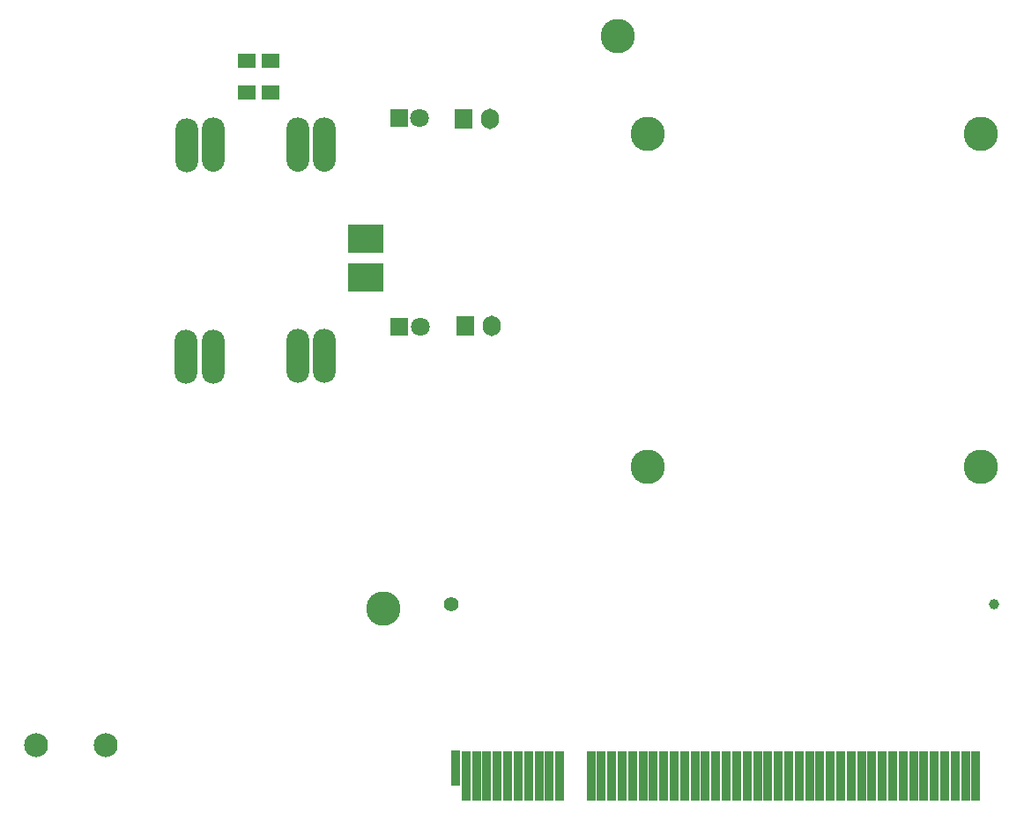
<source format=gbs>
G04*
G04 #@! TF.GenerationSoftware,Altium Limited,Altium Designer,19.1.6 (110)*
G04*
G04 Layer_Color=16711935*
%FSLAX25Y25*%
%MOIN*%
G70*
G01*
G75*
%ADD19R,0.03600X0.18800*%
%ADD25C,0.09068*%
%ADD26C,0.05524*%
%ADD27C,0.03950*%
%ADD28C,0.13005*%
%ADD29R,0.07099X0.07099*%
%ADD30C,0.07099*%
%ADD31R,0.06800X0.07800*%
%ADD32O,0.06800X0.07800*%
%ADD33O,0.07887X0.08674*%
%ADD63R,0.03600X0.13300*%
%ADD64R,0.06800X0.05800*%
%ADD65O,0.08674X0.20485*%
%ADD66R,0.13300X0.10737*%
D19*
X452987Y162632D02*
D03*
X449051D02*
D03*
X445115D02*
D03*
X441178D02*
D03*
X437242D02*
D03*
X433306D02*
D03*
X429369D02*
D03*
X417558D02*
D03*
X413622D02*
D03*
X409685D02*
D03*
X405748D02*
D03*
X401811D02*
D03*
X397873D02*
D03*
X393936D02*
D03*
X389999D02*
D03*
X386062D02*
D03*
X382125D02*
D03*
X456923D02*
D03*
X460860D02*
D03*
X464796D02*
D03*
X468732D02*
D03*
X472669D02*
D03*
X476605D02*
D03*
X480541D02*
D03*
X484477D02*
D03*
X488414D02*
D03*
X492350D02*
D03*
X496286D02*
D03*
X500222D02*
D03*
X508095D02*
D03*
X512031D02*
D03*
X515968D02*
D03*
X519904D02*
D03*
X523840D02*
D03*
X527776D02*
D03*
X531712D02*
D03*
X535649D02*
D03*
X539585D02*
D03*
X543521D02*
D03*
X547458D02*
D03*
X551394D02*
D03*
X555330D02*
D03*
X559266D02*
D03*
X563203D02*
D03*
X567139D02*
D03*
X504159D02*
D03*
X571075D02*
D03*
X575011D02*
D03*
D25*
X219602Y174094D02*
D03*
X245823D02*
D03*
D26*
X376378Y227560D02*
D03*
D27*
X581889D02*
D03*
D28*
X451000Y405500D02*
D03*
X576984D02*
D03*
Y279516D02*
D03*
X451000D02*
D03*
X350900Y225984D02*
D03*
X439483Y442404D02*
D03*
D29*
X356693Y411417D02*
D03*
X356914Y332505D02*
D03*
D30*
X364567Y411417D02*
D03*
X364789Y332505D02*
D03*
D31*
X381339Y411024D02*
D03*
X381693Y332677D02*
D03*
D32*
X391339Y411024D02*
D03*
X391693Y332677D02*
D03*
D33*
X318415Y395660D02*
D03*
X318665Y326780D02*
D03*
X328665D02*
D03*
X286665D02*
D03*
X276165D02*
D03*
X328665Y395661D02*
D03*
X286665D02*
D03*
X276665D02*
D03*
D63*
X378188Y165382D02*
D03*
D64*
X308213Y421260D02*
D03*
X299213D02*
D03*
X308213Y433071D02*
D03*
X299213D02*
D03*
D65*
X328415Y401358D02*
D03*
X318415D02*
D03*
X286415D02*
D03*
X276665Y401221D02*
D03*
X328415Y321358D02*
D03*
X318415D02*
D03*
X286665Y321220D02*
D03*
X276165D02*
D03*
D66*
X344094Y351181D02*
D03*
Y365744D02*
D03*
M02*

</source>
